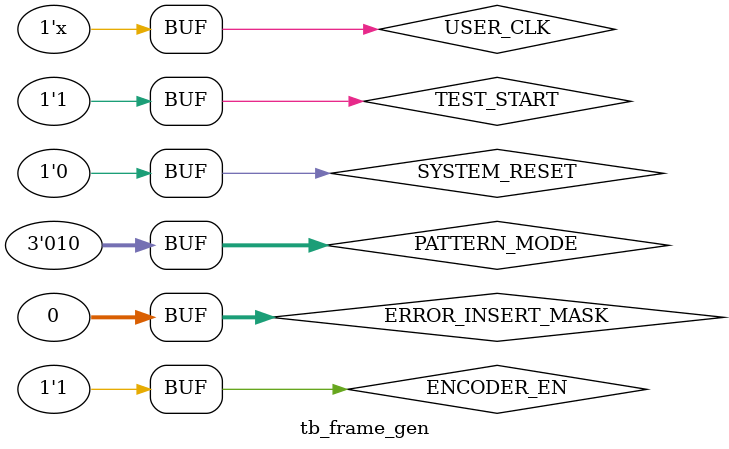
<source format=v>
`timescale 1ns / 1ps


module tb_frame_gen(
);

	wire  [15:0]  TX_DATA_OUT;
	wire  [1:0]   TXCTRL_OUT;
	reg         USER_CLK;
	reg         SYSTEM_RESET;
	reg         TEST_START;
	reg [2:0]   PATTERN_MODE;
	reg [31:0]  ERROR_INSERT_MASK;
	reg         ENCODER_EN;

	initial begin
		USER_CLK <= 1'b0;
		SYSTEM_RESET <= 1'b1;
		TEST_START <= 1'b0;
		PATTERN_MODE <= 3'd1;
		ERROR_INSERT_MASK <= 32'b0;
		ENCODER_EN <= 1'b0;

		#100
		SYSTEM_RESET <= 1'b0;
		#100
		TEST_START <= 1'b1;

		#2000
		TEST_START <= 1'b0;
		PATTERN_MODE <= 3'd2;
		ENCODER_EN <= 1'b1;

		#100
		TEST_START <= 1'b1;
	end

	always #3.33 USER_CLK <= ~USER_CLK;

	gtx3g_GT_FRAME_GEN #(
	    .WORDS_IN_BRAM(512)
	)
	gtx3g_GT_FRAME_GEN_inst_1(
		.TX_DATA_OUT(TX_DATA_OUT),
		.TXCTRL_OUT(TXCTRL_OUT),
		.USER_CLK(USER_CLK),
		.SYSTEM_RESET(SYSTEM_RESET),
		.TEST_START(TEST_START),
		.PATTERN_MODE(PATTERN_MODE),
		.ERROR_INSERT_MASK(ERROR_INSERT_MASK),
		.ENCODER_EN(ENCODER_EN)
	); 
endmodule
</source>
